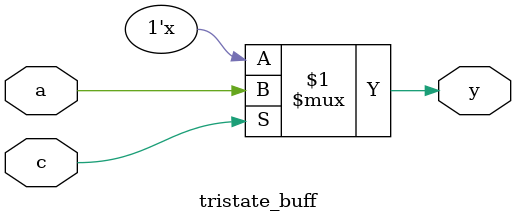
<source format=v>
module tristate_buff(a,c,y);
	input a,c;
	output y;
	assign y= c ? a : 1'bz;	
endmodule

</source>
